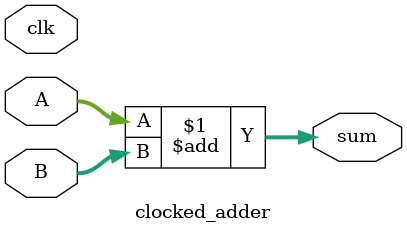
<source format=v>
module clocked_adder (
    input wire [3:0] A, B,
    input wire clk,
    output wire [4:0] sum
);

    // reg [4:0] temp;
    // always @(posedge clk) begin
    //     temp <= A + B;
    // end

    assign sum = A + B;
endmodule

</source>
